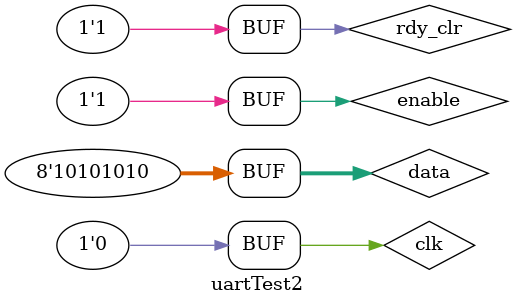
<source format=v>
`timescale 1ns / 1ps
module uartTest2();

	reg [7:0] data;
	reg clk ;
	reg enable;

	wire tx_busy;
	wire rdy;
	wire [7:0] rxdata;

	wire loopback;
	reg rdy_clr = 0;

	//NARUTO
	  
	uart uut(
		.din(data),
		.clock_50MHZ(clk),
		.enable(enable),
		.tx(loopback),
		.tx_busy(tx_busy),
		.rx(loopback),
		.rdy(rdy),
		.rdy_clr(rdy_clr),
		.dout(rxdata)   
	);

	initial begin
		data= 8'b10101010; clk=0; enable=1; rdy_clr = 1;
		#10;
		data= 8'b10101010; clk=0; enable=0; rdy_clr = 0;
		#10;
		data= 8'b10101010; clk=0; enable=1; rdy_clr = 1;
		#10;
	end
endmodule


</source>
